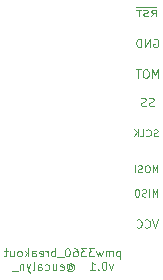
<source format=gbo>
G04 #@! TF.GenerationSoftware,KiCad,Pcbnew,(5.1.5)-3*
G04 #@! TF.CreationDate,2021-07-20T23:34:01+09:00*
G04 #@! TF.ProjectId,pmw3360,706d7733-3336-4302-9e6b-696361645f70,rev?*
G04 #@! TF.SameCoordinates,PX5b136e0PY4bcb138*
G04 #@! TF.FileFunction,Legend,Bot*
G04 #@! TF.FilePolarity,Positive*
%FSLAX46Y46*%
G04 Gerber Fmt 4.6, Leading zero omitted, Abs format (unit mm)*
G04 Created by KiCad (PCBNEW (5.1.5)-3) date 2021-07-20 23:34:01*
%MOMM*%
%LPD*%
G04 APERTURE LIST*
%ADD10C,0.100000*%
%ADD11C,0.120000*%
G04 APERTURE END LIST*
D10*
X16050000Y-26275000D02*
X16050000Y-26975000D01*
X16050000Y-26308333D02*
X15983333Y-26275000D01*
X15850000Y-26275000D01*
X15783333Y-26308333D01*
X15750000Y-26341666D01*
X15716666Y-26408333D01*
X15716666Y-26608333D01*
X15750000Y-26675000D01*
X15783333Y-26708333D01*
X15850000Y-26741666D01*
X15983333Y-26741666D01*
X16050000Y-26708333D01*
X15416666Y-26741666D02*
X15416666Y-26275000D01*
X15416666Y-26341666D02*
X15383333Y-26308333D01*
X15316666Y-26275000D01*
X15216666Y-26275000D01*
X15150000Y-26308333D01*
X15116666Y-26375000D01*
X15116666Y-26741666D01*
X15116666Y-26375000D02*
X15083333Y-26308333D01*
X15016666Y-26275000D01*
X14916666Y-26275000D01*
X14850000Y-26308333D01*
X14816666Y-26375000D01*
X14816666Y-26741666D01*
X14550000Y-26275000D02*
X14416666Y-26741666D01*
X14283333Y-26408333D01*
X14150000Y-26741666D01*
X14016666Y-26275000D01*
X13816666Y-26041666D02*
X13383333Y-26041666D01*
X13616666Y-26308333D01*
X13516666Y-26308333D01*
X13450000Y-26341666D01*
X13416666Y-26375000D01*
X13383333Y-26441666D01*
X13383333Y-26608333D01*
X13416666Y-26675000D01*
X13450000Y-26708333D01*
X13516666Y-26741666D01*
X13716666Y-26741666D01*
X13783333Y-26708333D01*
X13816666Y-26675000D01*
X13150000Y-26041666D02*
X12716666Y-26041666D01*
X12950000Y-26308333D01*
X12850000Y-26308333D01*
X12783333Y-26341666D01*
X12750000Y-26375000D01*
X12716666Y-26441666D01*
X12716666Y-26608333D01*
X12750000Y-26675000D01*
X12783333Y-26708333D01*
X12850000Y-26741666D01*
X13050000Y-26741666D01*
X13116666Y-26708333D01*
X13150000Y-26675000D01*
X12116666Y-26041666D02*
X12250000Y-26041666D01*
X12316666Y-26075000D01*
X12350000Y-26108333D01*
X12416666Y-26208333D01*
X12450000Y-26341666D01*
X12450000Y-26608333D01*
X12416666Y-26675000D01*
X12383333Y-26708333D01*
X12316666Y-26741666D01*
X12183333Y-26741666D01*
X12116666Y-26708333D01*
X12083333Y-26675000D01*
X12050000Y-26608333D01*
X12050000Y-26441666D01*
X12083333Y-26375000D01*
X12116666Y-26341666D01*
X12183333Y-26308333D01*
X12316666Y-26308333D01*
X12383333Y-26341666D01*
X12416666Y-26375000D01*
X12450000Y-26441666D01*
X11616666Y-26041666D02*
X11550000Y-26041666D01*
X11483333Y-26075000D01*
X11450000Y-26108333D01*
X11416666Y-26175000D01*
X11383333Y-26308333D01*
X11383333Y-26475000D01*
X11416666Y-26608333D01*
X11450000Y-26675000D01*
X11483333Y-26708333D01*
X11550000Y-26741666D01*
X11616666Y-26741666D01*
X11683333Y-26708333D01*
X11716666Y-26675000D01*
X11750000Y-26608333D01*
X11783333Y-26475000D01*
X11783333Y-26308333D01*
X11750000Y-26175000D01*
X11716666Y-26108333D01*
X11683333Y-26075000D01*
X11616666Y-26041666D01*
X11250000Y-26808333D02*
X10716666Y-26808333D01*
X10550000Y-26741666D02*
X10550000Y-26041666D01*
X10550000Y-26308333D02*
X10483333Y-26275000D01*
X10350000Y-26275000D01*
X10283333Y-26308333D01*
X10250000Y-26341666D01*
X10216666Y-26408333D01*
X10216666Y-26608333D01*
X10250000Y-26675000D01*
X10283333Y-26708333D01*
X10350000Y-26741666D01*
X10483333Y-26741666D01*
X10550000Y-26708333D01*
X9916666Y-26741666D02*
X9916666Y-26275000D01*
X9916666Y-26408333D02*
X9883333Y-26341666D01*
X9850000Y-26308333D01*
X9783333Y-26275000D01*
X9716666Y-26275000D01*
X9216666Y-26708333D02*
X9283333Y-26741666D01*
X9416666Y-26741666D01*
X9483333Y-26708333D01*
X9516666Y-26641666D01*
X9516666Y-26375000D01*
X9483333Y-26308333D01*
X9416666Y-26275000D01*
X9283333Y-26275000D01*
X9216666Y-26308333D01*
X9183333Y-26375000D01*
X9183333Y-26441666D01*
X9516666Y-26508333D01*
X8583333Y-26741666D02*
X8583333Y-26375000D01*
X8616666Y-26308333D01*
X8683333Y-26275000D01*
X8816666Y-26275000D01*
X8883333Y-26308333D01*
X8583333Y-26708333D02*
X8650000Y-26741666D01*
X8816666Y-26741666D01*
X8883333Y-26708333D01*
X8916666Y-26641666D01*
X8916666Y-26575000D01*
X8883333Y-26508333D01*
X8816666Y-26475000D01*
X8650000Y-26475000D01*
X8583333Y-26441666D01*
X8250000Y-26741666D02*
X8250000Y-26041666D01*
X8183333Y-26475000D02*
X7983333Y-26741666D01*
X7983333Y-26275000D02*
X8250000Y-26541666D01*
X7583333Y-26741666D02*
X7650000Y-26708333D01*
X7683333Y-26675000D01*
X7716666Y-26608333D01*
X7716666Y-26408333D01*
X7683333Y-26341666D01*
X7650000Y-26308333D01*
X7583333Y-26275000D01*
X7483333Y-26275000D01*
X7416666Y-26308333D01*
X7383333Y-26341666D01*
X7350000Y-26408333D01*
X7350000Y-26608333D01*
X7383333Y-26675000D01*
X7416666Y-26708333D01*
X7483333Y-26741666D01*
X7583333Y-26741666D01*
X6750000Y-26275000D02*
X6750000Y-26741666D01*
X7050000Y-26275000D02*
X7050000Y-26641666D01*
X7016666Y-26708333D01*
X6950000Y-26741666D01*
X6850000Y-26741666D01*
X6783333Y-26708333D01*
X6750000Y-26675000D01*
X6516666Y-26275000D02*
X6250000Y-26275000D01*
X6416666Y-26041666D02*
X6416666Y-26641666D01*
X6383333Y-26708333D01*
X6316666Y-26741666D01*
X6250000Y-26741666D01*
X15450000Y-27425000D02*
X15283333Y-27891666D01*
X15116666Y-27425000D01*
X14716666Y-27191666D02*
X14650000Y-27191666D01*
X14583333Y-27225000D01*
X14550000Y-27258333D01*
X14516666Y-27325000D01*
X14483333Y-27458333D01*
X14483333Y-27625000D01*
X14516666Y-27758333D01*
X14550000Y-27825000D01*
X14583333Y-27858333D01*
X14650000Y-27891666D01*
X14716666Y-27891666D01*
X14783333Y-27858333D01*
X14816666Y-27825000D01*
X14850000Y-27758333D01*
X14883333Y-27625000D01*
X14883333Y-27458333D01*
X14850000Y-27325000D01*
X14816666Y-27258333D01*
X14783333Y-27225000D01*
X14716666Y-27191666D01*
X14183333Y-27825000D02*
X14150000Y-27858333D01*
X14183333Y-27891666D01*
X14216666Y-27858333D01*
X14183333Y-27825000D01*
X14183333Y-27891666D01*
X13483333Y-27891666D02*
X13883333Y-27891666D01*
X13683333Y-27891666D02*
X13683333Y-27191666D01*
X13750000Y-27291666D01*
X13816666Y-27358333D01*
X13883333Y-27391666D01*
X11683333Y-27558333D02*
X11716666Y-27525000D01*
X11783333Y-27491666D01*
X11850000Y-27491666D01*
X11916666Y-27525000D01*
X11950000Y-27558333D01*
X11983333Y-27625000D01*
X11983333Y-27691666D01*
X11950000Y-27758333D01*
X11916666Y-27791666D01*
X11850000Y-27825000D01*
X11783333Y-27825000D01*
X11716666Y-27791666D01*
X11683333Y-27758333D01*
X11683333Y-27491666D02*
X11683333Y-27758333D01*
X11650000Y-27791666D01*
X11616666Y-27791666D01*
X11550000Y-27758333D01*
X11516666Y-27691666D01*
X11516666Y-27525000D01*
X11583333Y-27425000D01*
X11683333Y-27358333D01*
X11816666Y-27325000D01*
X11950000Y-27358333D01*
X12050000Y-27425000D01*
X12116666Y-27525000D01*
X12150000Y-27658333D01*
X12116666Y-27791666D01*
X12050000Y-27891666D01*
X11950000Y-27958333D01*
X11816666Y-27991666D01*
X11683333Y-27958333D01*
X11583333Y-27891666D01*
X10950000Y-27858333D02*
X11016666Y-27891666D01*
X11150000Y-27891666D01*
X11216666Y-27858333D01*
X11250000Y-27791666D01*
X11250000Y-27525000D01*
X11216666Y-27458333D01*
X11150000Y-27425000D01*
X11016666Y-27425000D01*
X10950000Y-27458333D01*
X10916666Y-27525000D01*
X10916666Y-27591666D01*
X11250000Y-27658333D01*
X10316666Y-27425000D02*
X10316666Y-27891666D01*
X10616666Y-27425000D02*
X10616666Y-27791666D01*
X10583333Y-27858333D01*
X10516666Y-27891666D01*
X10416666Y-27891666D01*
X10350000Y-27858333D01*
X10316666Y-27825000D01*
X9683333Y-27858333D02*
X9750000Y-27891666D01*
X9883333Y-27891666D01*
X9950000Y-27858333D01*
X9983333Y-27825000D01*
X10016666Y-27758333D01*
X10016666Y-27558333D01*
X9983333Y-27491666D01*
X9950000Y-27458333D01*
X9883333Y-27425000D01*
X9750000Y-27425000D01*
X9683333Y-27458333D01*
X9083333Y-27891666D02*
X9083333Y-27525000D01*
X9116666Y-27458333D01*
X9183333Y-27425000D01*
X9316666Y-27425000D01*
X9383333Y-27458333D01*
X9083333Y-27858333D02*
X9150000Y-27891666D01*
X9316666Y-27891666D01*
X9383333Y-27858333D01*
X9416666Y-27791666D01*
X9416666Y-27725000D01*
X9383333Y-27658333D01*
X9316666Y-27625000D01*
X9150000Y-27625000D01*
X9083333Y-27591666D01*
X8650000Y-27891666D02*
X8716666Y-27858333D01*
X8750000Y-27791666D01*
X8750000Y-27191666D01*
X8450000Y-27425000D02*
X8283333Y-27891666D01*
X8116666Y-27425000D02*
X8283333Y-27891666D01*
X8350000Y-28058333D01*
X8383333Y-28091666D01*
X8450000Y-28125000D01*
X7850000Y-27425000D02*
X7850000Y-27891666D01*
X7850000Y-27491666D02*
X7816666Y-27458333D01*
X7750000Y-27425000D01*
X7650000Y-27425000D01*
X7583333Y-27458333D01*
X7550000Y-27525000D01*
X7550000Y-27891666D01*
X7383333Y-27958333D02*
X6850000Y-27958333D01*
X19192857Y-19621428D02*
X19192857Y-19021428D01*
X18992857Y-19450000D01*
X18792857Y-19021428D01*
X18792857Y-19621428D01*
X18392857Y-19021428D02*
X18278571Y-19021428D01*
X18221428Y-19050000D01*
X18164285Y-19107142D01*
X18135714Y-19221428D01*
X18135714Y-19421428D01*
X18164285Y-19535714D01*
X18221428Y-19592857D01*
X18278571Y-19621428D01*
X18392857Y-19621428D01*
X18450000Y-19592857D01*
X18507142Y-19535714D01*
X18535714Y-19421428D01*
X18535714Y-19221428D01*
X18507142Y-19107142D01*
X18450000Y-19050000D01*
X18392857Y-19021428D01*
X17907142Y-19592857D02*
X17821428Y-19621428D01*
X17678571Y-19621428D01*
X17621428Y-19592857D01*
X17592857Y-19564285D01*
X17564285Y-19507142D01*
X17564285Y-19450000D01*
X17592857Y-19392857D01*
X17621428Y-19364285D01*
X17678571Y-19335714D01*
X17792857Y-19307142D01*
X17850000Y-19278571D01*
X17878571Y-19250000D01*
X17907142Y-19192857D01*
X17907142Y-19135714D01*
X17878571Y-19078571D01*
X17850000Y-19050000D01*
X17792857Y-19021428D01*
X17650000Y-19021428D01*
X17564285Y-19050000D01*
X17307142Y-19621428D02*
X17307142Y-19021428D01*
X19233333Y-23616666D02*
X19000000Y-24316666D01*
X18766666Y-23616666D01*
X18133333Y-24250000D02*
X18166666Y-24283333D01*
X18266666Y-24316666D01*
X18333333Y-24316666D01*
X18433333Y-24283333D01*
X18500000Y-24216666D01*
X18533333Y-24150000D01*
X18566666Y-24016666D01*
X18566666Y-23916666D01*
X18533333Y-23783333D01*
X18500000Y-23716666D01*
X18433333Y-23650000D01*
X18333333Y-23616666D01*
X18266666Y-23616666D01*
X18166666Y-23650000D01*
X18133333Y-23683333D01*
X17433333Y-24250000D02*
X17466666Y-24283333D01*
X17566666Y-24316666D01*
X17633333Y-24316666D01*
X17733333Y-24283333D01*
X17800000Y-24216666D01*
X17833333Y-24150000D01*
X17866666Y-24016666D01*
X17866666Y-23916666D01*
X17833333Y-23783333D01*
X17800000Y-23716666D01*
X17733333Y-23650000D01*
X17633333Y-23616666D01*
X17566666Y-23616666D01*
X17466666Y-23650000D01*
X17433333Y-23683333D01*
X19192857Y-21671428D02*
X19192857Y-21071428D01*
X18992857Y-21500000D01*
X18792857Y-21071428D01*
X18792857Y-21671428D01*
X18507142Y-21671428D02*
X18507142Y-21071428D01*
X18250000Y-21642857D02*
X18164285Y-21671428D01*
X18021428Y-21671428D01*
X17964285Y-21642857D01*
X17935714Y-21614285D01*
X17907142Y-21557142D01*
X17907142Y-21500000D01*
X17935714Y-21442857D01*
X17964285Y-21414285D01*
X18021428Y-21385714D01*
X18135714Y-21357142D01*
X18192857Y-21328571D01*
X18221428Y-21300000D01*
X18250000Y-21242857D01*
X18250000Y-21185714D01*
X18221428Y-21128571D01*
X18192857Y-21100000D01*
X18135714Y-21071428D01*
X17992857Y-21071428D01*
X17907142Y-21100000D01*
X17535714Y-21071428D02*
X17421428Y-21071428D01*
X17364285Y-21100000D01*
X17307142Y-21157142D01*
X17278571Y-21271428D01*
X17278571Y-21471428D01*
X17307142Y-21585714D01*
X17364285Y-21642857D01*
X17421428Y-21671428D01*
X17535714Y-21671428D01*
X17592857Y-21642857D01*
X17650000Y-21585714D01*
X17678571Y-21471428D01*
X17678571Y-21271428D01*
X17650000Y-21157142D01*
X17592857Y-21100000D01*
X17535714Y-21071428D01*
X19214285Y-16542857D02*
X19128571Y-16571428D01*
X18985714Y-16571428D01*
X18928571Y-16542857D01*
X18900000Y-16514285D01*
X18871428Y-16457142D01*
X18871428Y-16400000D01*
X18900000Y-16342857D01*
X18928571Y-16314285D01*
X18985714Y-16285714D01*
X19100000Y-16257142D01*
X19157142Y-16228571D01*
X19185714Y-16200000D01*
X19214285Y-16142857D01*
X19214285Y-16085714D01*
X19185714Y-16028571D01*
X19157142Y-16000000D01*
X19100000Y-15971428D01*
X18957142Y-15971428D01*
X18871428Y-16000000D01*
X18271428Y-16514285D02*
X18300000Y-16542857D01*
X18385714Y-16571428D01*
X18442857Y-16571428D01*
X18528571Y-16542857D01*
X18585714Y-16485714D01*
X18614285Y-16428571D01*
X18642857Y-16314285D01*
X18642857Y-16228571D01*
X18614285Y-16114285D01*
X18585714Y-16057142D01*
X18528571Y-16000000D01*
X18442857Y-15971428D01*
X18385714Y-15971428D01*
X18300000Y-16000000D01*
X18271428Y-16028571D01*
X17728571Y-16571428D02*
X18014285Y-16571428D01*
X18014285Y-15971428D01*
X17528571Y-16571428D02*
X17528571Y-15971428D01*
X17185714Y-16571428D02*
X17442857Y-16228571D01*
X17185714Y-15971428D02*
X17528571Y-16314285D01*
X18883333Y-13983333D02*
X18783333Y-14016666D01*
X18616666Y-14016666D01*
X18550000Y-13983333D01*
X18516666Y-13950000D01*
X18483333Y-13883333D01*
X18483333Y-13816666D01*
X18516666Y-13750000D01*
X18550000Y-13716666D01*
X18616666Y-13683333D01*
X18750000Y-13650000D01*
X18816666Y-13616666D01*
X18850000Y-13583333D01*
X18883333Y-13516666D01*
X18883333Y-13450000D01*
X18850000Y-13383333D01*
X18816666Y-13350000D01*
X18750000Y-13316666D01*
X18583333Y-13316666D01*
X18483333Y-13350000D01*
X18216666Y-13983333D02*
X18116666Y-14016666D01*
X17950000Y-14016666D01*
X17883333Y-13983333D01*
X17850000Y-13950000D01*
X17816666Y-13883333D01*
X17816666Y-13816666D01*
X17850000Y-13750000D01*
X17883333Y-13716666D01*
X17950000Y-13683333D01*
X18083333Y-13650000D01*
X18150000Y-13616666D01*
X18183333Y-13583333D01*
X18216666Y-13516666D01*
X18216666Y-13450000D01*
X18183333Y-13383333D01*
X18150000Y-13350000D01*
X18083333Y-13316666D01*
X17916666Y-13316666D01*
X17816666Y-13350000D01*
X19216666Y-11616666D02*
X19216666Y-10916666D01*
X18983333Y-11416666D01*
X18750000Y-10916666D01*
X18750000Y-11616666D01*
X18283333Y-10916666D02*
X18150000Y-10916666D01*
X18083333Y-10950000D01*
X18016666Y-11016666D01*
X17983333Y-11150000D01*
X17983333Y-11383333D01*
X18016666Y-11516666D01*
X18083333Y-11583333D01*
X18150000Y-11616666D01*
X18283333Y-11616666D01*
X18350000Y-11583333D01*
X18416666Y-11516666D01*
X18450000Y-11383333D01*
X18450000Y-11150000D01*
X18416666Y-11016666D01*
X18350000Y-10950000D01*
X18283333Y-10916666D01*
X17783333Y-10916666D02*
X17383333Y-10916666D01*
X17583333Y-11616666D02*
X17583333Y-10916666D01*
D11*
X17400000Y-5650000D02*
X19100000Y-5650000D01*
D10*
X18883333Y-8350000D02*
X18950000Y-8316666D01*
X19050000Y-8316666D01*
X19150000Y-8350000D01*
X19216666Y-8416666D01*
X19250000Y-8483333D01*
X19283333Y-8616666D01*
X19283333Y-8716666D01*
X19250000Y-8850000D01*
X19216666Y-8916666D01*
X19150000Y-8983333D01*
X19050000Y-9016666D01*
X18983333Y-9016666D01*
X18883333Y-8983333D01*
X18850000Y-8950000D01*
X18850000Y-8716666D01*
X18983333Y-8716666D01*
X18550000Y-9016666D02*
X18550000Y-8316666D01*
X18150000Y-9016666D01*
X18150000Y-8316666D01*
X17816666Y-9016666D02*
X17816666Y-8316666D01*
X17650000Y-8316666D01*
X17550000Y-8350000D01*
X17483333Y-8416666D01*
X17450000Y-8483333D01*
X17416666Y-8616666D01*
X17416666Y-8716666D01*
X17450000Y-8850000D01*
X17483333Y-8916666D01*
X17550000Y-8983333D01*
X17650000Y-9016666D01*
X17816666Y-9016666D01*
X18683333Y-6376190D02*
X18916666Y-6138095D01*
X19083333Y-6376190D02*
X19083333Y-5876190D01*
X18816666Y-5876190D01*
X18750000Y-5900000D01*
X18716666Y-5923809D01*
X18683333Y-5971428D01*
X18683333Y-6042857D01*
X18716666Y-6090476D01*
X18750000Y-6114285D01*
X18816666Y-6138095D01*
X19083333Y-6138095D01*
X18416666Y-6352380D02*
X18316666Y-6376190D01*
X18150000Y-6376190D01*
X18083333Y-6352380D01*
X18050000Y-6328571D01*
X18016666Y-6280952D01*
X18016666Y-6233333D01*
X18050000Y-6185714D01*
X18083333Y-6161904D01*
X18150000Y-6138095D01*
X18283333Y-6114285D01*
X18350000Y-6090476D01*
X18383333Y-6066666D01*
X18416666Y-6019047D01*
X18416666Y-5971428D01*
X18383333Y-5923809D01*
X18350000Y-5900000D01*
X18283333Y-5876190D01*
X18116666Y-5876190D01*
X18016666Y-5900000D01*
X17816666Y-5876190D02*
X17416666Y-5876190D01*
X17616666Y-6376190D02*
X17616666Y-5876190D01*
M02*

</source>
